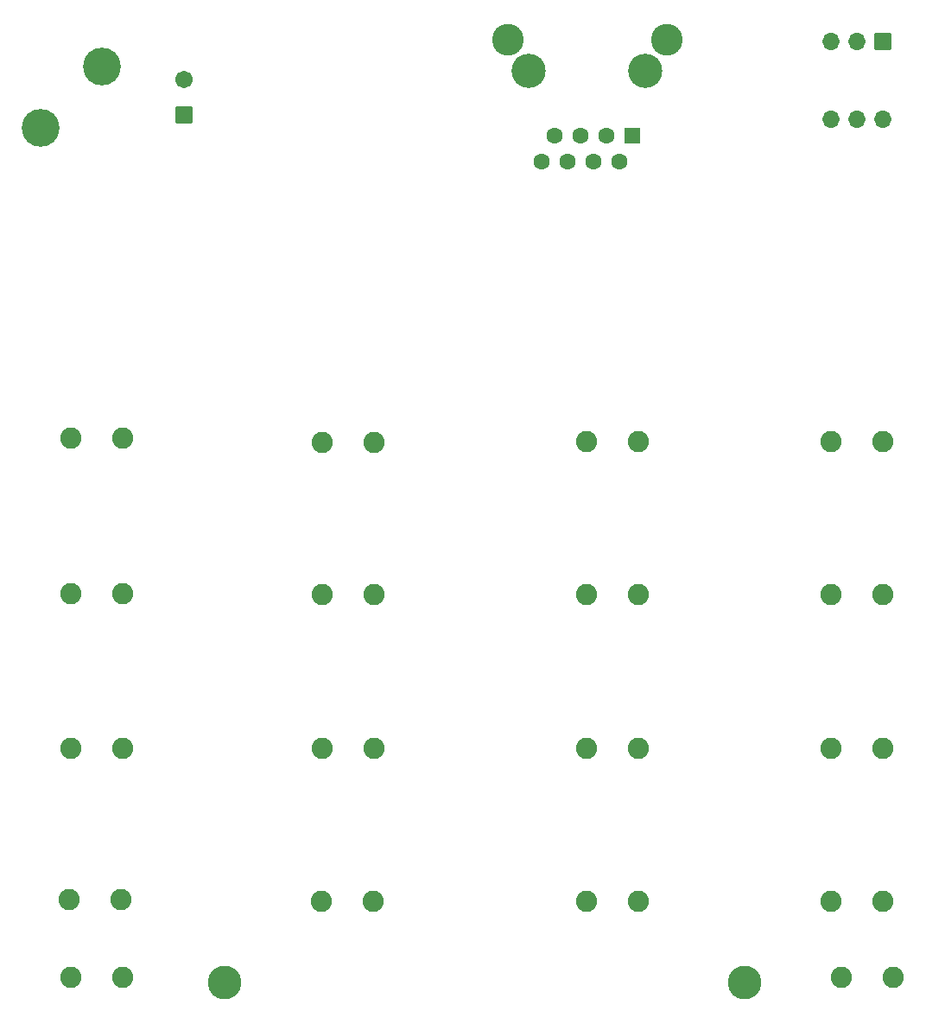
<source format=gbr>
G04 #@! TF.GenerationSoftware,KiCad,Pcbnew,(6.0.0)*
G04 #@! TF.CreationDate,2022-04-14T19:32:56-07:00*
G04 #@! TF.ProjectId,SolenoidController,536f6c65-6e6f-4696-9443-6f6e74726f6c,rev?*
G04 #@! TF.SameCoordinates,Original*
G04 #@! TF.FileFunction,Soldermask,Bot*
G04 #@! TF.FilePolarity,Negative*
%FSLAX46Y46*%
G04 Gerber Fmt 4.6, Leading zero omitted, Abs format (unit mm)*
G04 Created by KiCad (PCBNEW (6.0.0)) date 2022-04-14 19:32:56*
%MOMM*%
%LPD*%
G01*
G04 APERTURE LIST*
G04 Aperture macros list*
%AMRoundRect*
0 Rectangle with rounded corners*
0 $1 Rounding radius*
0 $2 $3 $4 $5 $6 $7 $8 $9 X,Y pos of 4 corners*
0 Add a 4 corners polygon primitive as box body*
4,1,4,$2,$3,$4,$5,$6,$7,$8,$9,$2,$3,0*
0 Add four circle primitives for the rounded corners*
1,1,$1+$1,$2,$3*
1,1,$1+$1,$4,$5*
1,1,$1+$1,$6,$7*
1,1,$1+$1,$8,$9*
0 Add four rect primitives between the rounded corners*
20,1,$1+$1,$2,$3,$4,$5,0*
20,1,$1+$1,$4,$5,$6,$7,0*
20,1,$1+$1,$6,$7,$8,$9,0*
20,1,$1+$1,$8,$9,$2,$3,0*%
G04 Aperture macros list end*
%ADD10C,2.082000*%
%ADD11C,3.702000*%
%ADD12RoundRect,0.051000X0.800000X-0.800000X0.800000X0.800000X-0.800000X0.800000X-0.800000X-0.800000X0*%
%ADD13C,1.702000*%
%ADD14RoundRect,0.051000X-0.800000X0.800000X-0.800000X-0.800000X0.800000X-0.800000X0.800000X0.800000X0*%
%ADD15O,1.702000X1.702000*%
%ADD16C,3.352000*%
%ADD17RoundRect,0.051000X-0.750000X-0.750000X0.750000X-0.750000X0.750000X0.750000X-0.750000X0.750000X0*%
%ADD18C,1.602000*%
%ADD19C,3.102000*%
%ADD20C,3.302000*%
G04 APERTURE END LIST*
D10*
X139540000Y-145500000D03*
X134460000Y-145500000D03*
X58793000Y-137867000D03*
X63873000Y-137867000D03*
X64040000Y-123000000D03*
X58960000Y-123000000D03*
X58960000Y-107895000D03*
X64040000Y-107895000D03*
X64040000Y-92655000D03*
X58960000Y-92655000D03*
X88540000Y-138000000D03*
X83460000Y-138000000D03*
X88630000Y-123000000D03*
X83550000Y-123000000D03*
X83550000Y-108000000D03*
X88630000Y-108000000D03*
X88630000Y-93020000D03*
X83550000Y-93020000D03*
X109460000Y-138000000D03*
X114540000Y-138000000D03*
X114540000Y-123000000D03*
X109460000Y-123000000D03*
X109460000Y-108000000D03*
X114540000Y-108000000D03*
X109460000Y-93000000D03*
X114540000Y-93000000D03*
X133460000Y-138000000D03*
X138540000Y-138000000D03*
X133460000Y-123000000D03*
X138540000Y-123000000D03*
X133460000Y-108000000D03*
X138540000Y-108000000D03*
X58960000Y-145500000D03*
X64040000Y-145500000D03*
X133460000Y-93000000D03*
X138540000Y-93000000D03*
D11*
X56000000Y-62230000D03*
X62000000Y-56230000D03*
D12*
X70000000Y-61000000D03*
D13*
X70000000Y-57500000D03*
D14*
X138500000Y-53750000D03*
D15*
X135960000Y-53750000D03*
X133420000Y-53750000D03*
X133420000Y-61370000D03*
X135960000Y-61370000D03*
X138500000Y-61370000D03*
D16*
X103840000Y-56650000D03*
X115270000Y-56650000D03*
D17*
X114000000Y-63000000D03*
D18*
X112730000Y-65540000D03*
X111460000Y-63000000D03*
X110190000Y-65540000D03*
X108920000Y-63000000D03*
X107650000Y-65540000D03*
X106380000Y-63000000D03*
X105110000Y-65540000D03*
D19*
X117325000Y-53600000D03*
X101785000Y-53600000D03*
D20*
X74000000Y-146000000D03*
X125000000Y-146000000D03*
M02*

</source>
